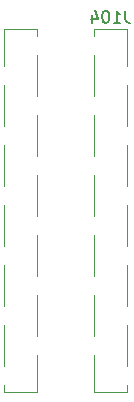
<source format=gbo>
G04 #@! TF.GenerationSoftware,KiCad,Pcbnew,9.0.6*
G04 #@! TF.CreationDate,2026-01-08T12:32:58-06:00*
G04 #@! TF.ProjectId,QFN-20_5x5_P0.65,51464e2d-3230-45f3-9578-355f50302e36,rev?*
G04 #@! TF.SameCoordinates,Original*
G04 #@! TF.FileFunction,Legend,Bot*
G04 #@! TF.FilePolarity,Positive*
%FSLAX46Y46*%
G04 Gerber Fmt 4.6, Leading zero omitted, Abs format (unit mm)*
G04 Created by KiCad (PCBNEW 9.0.6) date 2026-01-08 12:32:58*
%MOMM*%
%LPD*%
G01*
G04 APERTURE LIST*
%ADD10C,0.150000*%
%ADD11C,0.120000*%
%ADD12R,2.510000X1.000000*%
%ADD13C,1.700000*%
%ADD14R,1.700000X1.700000*%
G04 APERTURE END LIST*
D10*
X143525714Y-103754819D02*
X143525714Y-104469104D01*
X143525714Y-104469104D02*
X143573333Y-104611961D01*
X143573333Y-104611961D02*
X143668571Y-104707200D01*
X143668571Y-104707200D02*
X143811428Y-104754819D01*
X143811428Y-104754819D02*
X143906666Y-104754819D01*
X142525714Y-104754819D02*
X143097142Y-104754819D01*
X142811428Y-104754819D02*
X142811428Y-103754819D01*
X142811428Y-103754819D02*
X142906666Y-103897676D01*
X142906666Y-103897676D02*
X143001904Y-103992914D01*
X143001904Y-103992914D02*
X143097142Y-104040533D01*
X141906666Y-103754819D02*
X141811428Y-103754819D01*
X141811428Y-103754819D02*
X141716190Y-103802438D01*
X141716190Y-103802438D02*
X141668571Y-103850057D01*
X141668571Y-103850057D02*
X141620952Y-103945295D01*
X141620952Y-103945295D02*
X141573333Y-104135771D01*
X141573333Y-104135771D02*
X141573333Y-104373866D01*
X141573333Y-104373866D02*
X141620952Y-104564342D01*
X141620952Y-104564342D02*
X141668571Y-104659580D01*
X141668571Y-104659580D02*
X141716190Y-104707200D01*
X141716190Y-104707200D02*
X141811428Y-104754819D01*
X141811428Y-104754819D02*
X141906666Y-104754819D01*
X141906666Y-104754819D02*
X142001904Y-104707200D01*
X142001904Y-104707200D02*
X142049523Y-104659580D01*
X142049523Y-104659580D02*
X142097142Y-104564342D01*
X142097142Y-104564342D02*
X142144761Y-104373866D01*
X142144761Y-104373866D02*
X142144761Y-104135771D01*
X142144761Y-104135771D02*
X142097142Y-103945295D01*
X142097142Y-103945295D02*
X142049523Y-103850057D01*
X142049523Y-103850057D02*
X142001904Y-103802438D01*
X142001904Y-103802438D02*
X141906666Y-103754819D01*
X140716190Y-104088152D02*
X140716190Y-104754819D01*
X140954285Y-103707200D02*
X141192380Y-104421485D01*
X141192380Y-104421485D02*
X140573333Y-104421485D01*
D11*
X140860000Y-105300000D02*
X140860000Y-105870000D01*
X140860000Y-107490000D02*
X140860000Y-110950000D01*
X140860000Y-112570000D02*
X140860000Y-116030000D01*
X140860000Y-117650000D02*
X140860000Y-121110000D01*
X140860000Y-122730000D02*
X140860000Y-126190000D01*
X140860000Y-127810000D02*
X140860000Y-131270000D01*
X140860000Y-132890000D02*
X140860000Y-136000000D01*
X143620000Y-105300000D02*
X140860000Y-105300000D01*
X143620000Y-105300000D02*
X143620000Y-108410000D01*
X143620000Y-105870000D02*
X143620000Y-108410000D01*
X143620000Y-110030000D02*
X143620000Y-113490000D01*
X143620000Y-115110000D02*
X143620000Y-118570000D01*
X143620000Y-120190000D02*
X143620000Y-123650000D01*
X143620000Y-125270000D02*
X143620000Y-128730000D01*
X143620000Y-130350000D02*
X143620000Y-133810000D01*
X143620000Y-135430000D02*
X143620000Y-136000000D01*
X143620000Y-136000000D02*
X140860000Y-136000000D01*
X133240000Y-105300000D02*
X133240000Y-108410000D01*
X133240000Y-110030000D02*
X133240000Y-113490000D01*
X133240000Y-115110000D02*
X133240000Y-118570000D01*
X133240000Y-120190000D02*
X133240000Y-123650000D01*
X133240000Y-125270000D02*
X133240000Y-128730000D01*
X133240000Y-130350000D02*
X133240000Y-133810000D01*
X133240000Y-135430000D02*
X133240000Y-136000000D01*
X136000000Y-105300000D02*
X133240000Y-105300000D01*
X136000000Y-105300000D02*
X136000000Y-105870000D01*
X136000000Y-107490000D02*
X136000000Y-110950000D01*
X136000000Y-112570000D02*
X136000000Y-116030000D01*
X136000000Y-117650000D02*
X136000000Y-121110000D01*
X136000000Y-122730000D02*
X136000000Y-126190000D01*
X136000000Y-127810000D02*
X136000000Y-131270000D01*
X136000000Y-132890000D02*
X136000000Y-136000000D01*
X136000000Y-136000000D02*
X133240000Y-136000000D01*
%LPC*%
D12*
X140585000Y-106680000D03*
X143895000Y-109220000D03*
X140585000Y-111760000D03*
X143895000Y-114300000D03*
X140585000Y-116840000D03*
X143895000Y-119380000D03*
X140585000Y-121920000D03*
X143895000Y-124460000D03*
X140585000Y-127000000D03*
X143895000Y-129540000D03*
X140585000Y-132080000D03*
X143895000Y-134620000D03*
D13*
X129540000Y-106680000D03*
D14*
X129540000Y-109220000D03*
D13*
X129540000Y-111760000D03*
X129540000Y-114300000D03*
X129540000Y-116840000D03*
X129540000Y-119380000D03*
X129540000Y-121920000D03*
X129540000Y-124460000D03*
X129540000Y-127000000D03*
X129540000Y-129540000D03*
X129540000Y-132080000D03*
X129540000Y-134620000D03*
X147320000Y-106680000D03*
X147320000Y-109220000D03*
X147320000Y-111760000D03*
X147320000Y-114300000D03*
X147320000Y-116840000D03*
X147320000Y-119380000D03*
X147320000Y-121920000D03*
X147320000Y-124460000D03*
X147320000Y-127000000D03*
X147320000Y-129540000D03*
X147320000Y-132080000D03*
X147320000Y-134620000D03*
D12*
X136275000Y-116840000D03*
X136275000Y-106680000D03*
X132965000Y-109220000D03*
X136275000Y-111760000D03*
X132965000Y-114300000D03*
X132965000Y-119380000D03*
X136275000Y-121920000D03*
X132965000Y-124460000D03*
X136275000Y-127000000D03*
X132965000Y-129540000D03*
X136275000Y-132080000D03*
X132965000Y-134620000D03*
%LPD*%
M02*

</source>
